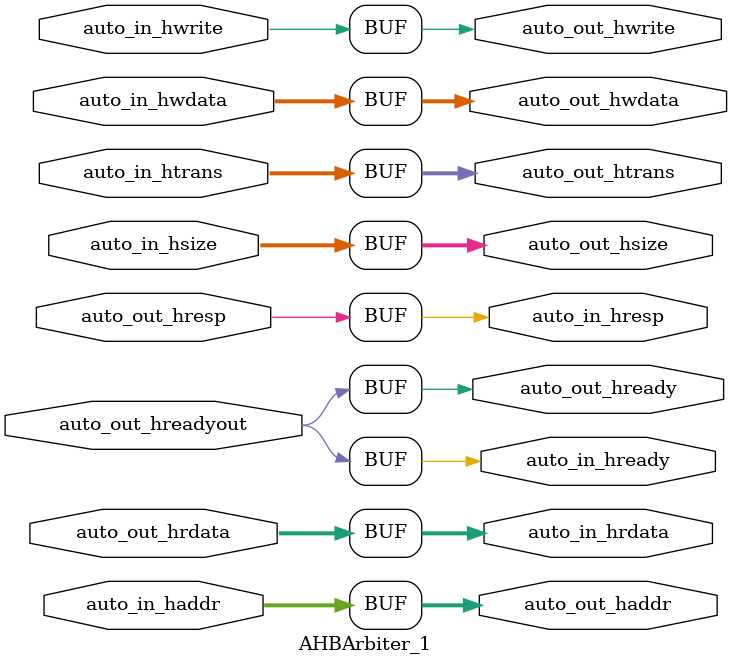
<source format=sv>
module AHBArbiter_1(
  output        auto_in_hready,
  input  [1:0]  auto_in_htrans,
  input  [2:0]  auto_in_hsize,
  input         auto_in_hwrite,
  input  [30:0] auto_in_haddr,
  input  [31:0] auto_in_hwdata,
  output        auto_in_hresp,
  output [31:0] auto_in_hrdata,
  output        auto_out_hready,
  input         auto_out_hreadyout,
  output [1:0]  auto_out_htrans,
  output [2:0]  auto_out_hsize,
  output        auto_out_hwrite,
  output [30:0] auto_out_haddr,
  output [31:0] auto_out_hwdata,
  input         auto_out_hresp,
  input  [31:0] auto_out_hrdata
);
  assign auto_in_hready = auto_out_hreadyout;
  assign auto_in_hresp = auto_out_hresp;
  assign auto_in_hrdata = auto_out_hrdata;
  assign auto_out_hready = auto_out_hreadyout;
  assign auto_out_htrans = auto_in_htrans;
  assign auto_out_hsize = auto_in_hsize;
  assign auto_out_hwrite = auto_in_hwrite;
  assign auto_out_haddr = auto_in_haddr;
  assign auto_out_hwdata = auto_in_hwdata;

endmodule

</source>
